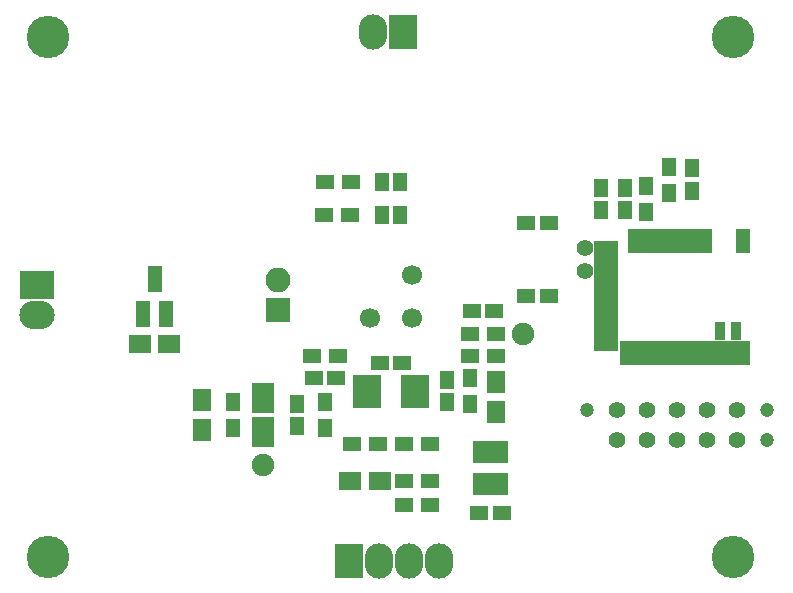
<source format=gts>
G04 #@! TF.GenerationSoftware,KiCad,Pcbnew,(5.0-dev-4140-g2e42d5c00)*
G04 #@! TF.CreationDate,2018-02-27T05:36:51+05:30*
G04 #@! TF.ProjectId,sense_rev4,73656E73655F726576342E6B69636164,rev?*
G04 #@! TF.SameCoordinates,Original*
G04 #@! TF.FileFunction,Soldermask,Top*
G04 #@! TF.FilePolarity,Negative*
%FSLAX46Y46*%
G04 Gerber Fmt 4.6, Leading zero omitted, Abs format (unit mm)*
G04 Created by KiCad (PCBNEW (5.0-dev-4140-g2e42d5c00)) date 02/27/18 05:36:51*
%MOMM*%
%LPD*%
G01*
G04 APERTURE LIST*
%ADD10R,2.400000X0.850000*%
%ADD11C,1.200000*%
%ADD12C,1.400000*%
%ADD13R,1.650000X1.900000*%
%ADD14R,2.100000X2.100000*%
%ADD15O,2.100000X2.100000*%
%ADD16R,1.300000X1.600000*%
%ADD17R,1.050000X1.960000*%
%ADD18R,1.900000X2.600000*%
%ADD19R,3.000000X2.400000*%
%ADD20O,3.000000X2.400000*%
%ADD21C,3.600000*%
%ADD22R,1.200000X2.300000*%
%ADD23R,2.400000X3.000000*%
%ADD24O,2.400000X3.000000*%
%ADD25C,1.900000*%
%ADD26R,2.000000X0.900000*%
%ADD27R,0.900000X2.000000*%
%ADD28R,1.300000X2.000000*%
%ADD29R,0.900000X1.600000*%
%ADD30C,1.700000*%
%ADD31R,1.150000X1.600000*%
%ADD32R,1.600000X1.150000*%
%ADD33R,1.600000X1.300000*%
%ADD34R,1.900000X1.650000*%
G04 APERTURE END LIST*
D10*
X136000000Y-112025000D03*
X136000000Y-112675000D03*
X136000000Y-113325000D03*
X136000000Y-113975000D03*
X140000000Y-113975000D03*
X140000000Y-113325000D03*
X140000000Y-112675000D03*
X140000000Y-112025000D03*
D11*
X169820000Y-114630000D03*
D12*
X167280000Y-117170000D03*
X164740000Y-117170000D03*
X162200000Y-117170000D03*
X159660000Y-117170000D03*
X157120000Y-117170000D03*
X157120000Y-114630000D03*
X159660000Y-114630000D03*
X162200000Y-114630000D03*
X164740000Y-114630000D03*
X167280000Y-114630000D03*
D11*
X169820000Y-117170000D03*
X154580000Y-114630000D03*
D13*
X146910000Y-114760000D03*
X146910000Y-112260000D03*
D14*
X128400000Y-106100000D03*
D15*
X128400000Y-103560000D03*
D16*
X132420000Y-116100000D03*
X132420000Y-113900000D03*
D17*
X145490000Y-120820000D03*
X146440000Y-120820000D03*
X147390000Y-120820000D03*
X147390000Y-118120000D03*
X145490000Y-118120000D03*
X146440000Y-118120000D03*
D18*
X127170000Y-116450000D03*
X127170000Y-113550000D03*
D19*
X108000000Y-104000000D03*
D20*
X108000000Y-106540000D03*
D21*
X109000000Y-127000000D03*
X109000000Y-83000000D03*
X167000000Y-83000000D03*
X167000000Y-127000000D03*
D22*
X117050000Y-106500000D03*
X118950000Y-106500000D03*
X118000000Y-103500000D03*
D23*
X139010000Y-82580000D03*
D24*
X136470000Y-82580000D03*
D25*
X127160000Y-119220000D03*
X149180000Y-108120000D03*
D26*
X156250000Y-100700000D03*
D27*
X164800000Y-100250000D03*
D28*
X167800000Y-100250000D03*
D27*
X164100000Y-100250000D03*
X163400000Y-100250000D03*
X162700000Y-100250000D03*
X162000000Y-100250000D03*
X161300000Y-100250000D03*
X160600000Y-100250000D03*
X159900000Y-100250000D03*
X159200000Y-100250000D03*
X158500000Y-100250000D03*
D26*
X156250000Y-101500000D03*
X156250000Y-102200000D03*
X156250000Y-102900000D03*
X156250000Y-103600000D03*
X156250000Y-104300000D03*
X156250000Y-105000000D03*
X156250000Y-105700000D03*
X156250000Y-106400000D03*
X156250000Y-107100000D03*
X156250000Y-107800000D03*
X156250000Y-108500000D03*
X156250000Y-109200000D03*
D27*
X157800000Y-109750000D03*
X158500000Y-109750000D03*
X159200000Y-109750000D03*
X159900000Y-109750000D03*
X160600000Y-109750000D03*
X161300000Y-109750000D03*
X162000000Y-109750000D03*
X162700000Y-109750000D03*
X163400000Y-109750000D03*
X164100000Y-109750000D03*
X164800000Y-109750000D03*
X165500000Y-109750000D03*
X166200000Y-109750000D03*
X166900000Y-109750000D03*
D28*
X167800000Y-109750000D03*
D29*
X167250000Y-107900000D03*
X165850000Y-107900000D03*
D30*
X139796000Y-106796000D03*
X139796000Y-103204000D03*
X136204000Y-106796000D03*
D12*
X154400000Y-100900000D03*
X154400000Y-102800000D03*
D31*
X163500000Y-94130000D03*
X163500000Y-96030000D03*
X157790000Y-95770000D03*
X157790000Y-97670000D03*
D32*
X149450000Y-98800000D03*
X151350000Y-98800000D03*
D31*
X155800000Y-95770000D03*
X155800000Y-97670000D03*
D32*
X149450000Y-104900000D03*
X151350000Y-104900000D03*
D31*
X130040000Y-115950000D03*
X130040000Y-114050000D03*
X142780000Y-112050000D03*
X142780000Y-113950000D03*
D32*
X133360000Y-111850000D03*
X131460000Y-111850000D03*
X144850000Y-106200000D03*
X146750000Y-106200000D03*
D33*
X134570000Y-98090000D03*
X132370000Y-98090000D03*
X132380000Y-95290000D03*
X134580000Y-95290000D03*
X134700000Y-117500000D03*
X136900000Y-117500000D03*
X139100000Y-117500000D03*
X141300000Y-117500000D03*
X141280000Y-122670000D03*
X139080000Y-122670000D03*
D16*
X124640000Y-113900000D03*
X124640000Y-116100000D03*
X144710000Y-111910000D03*
X144710000Y-114110000D03*
D33*
X146910000Y-108120000D03*
X144710000Y-108120000D03*
X133510000Y-109990000D03*
X131310000Y-109990000D03*
X141280000Y-120580000D03*
X139080000Y-120580000D03*
X146910000Y-109990000D03*
X144710000Y-109990000D03*
D16*
X161520000Y-96180000D03*
X161520000Y-93980000D03*
X159570000Y-95620000D03*
X159570000Y-97820000D03*
D32*
X145480000Y-123310000D03*
X147380000Y-123310000D03*
X138950000Y-110580000D03*
X137050000Y-110580000D03*
D34*
X137060000Y-120570000D03*
X134560000Y-120570000D03*
D13*
X122020000Y-116260000D03*
X122020000Y-113760000D03*
D34*
X119250000Y-109000000D03*
X116750000Y-109000000D03*
D24*
X142040000Y-127390000D03*
X139500000Y-127390000D03*
X136960000Y-127390000D03*
D23*
X134420000Y-127390000D03*
D16*
X138735000Y-98080000D03*
X137285000Y-98080000D03*
X137285000Y-95280000D03*
X138735000Y-95280000D03*
M02*

</source>
